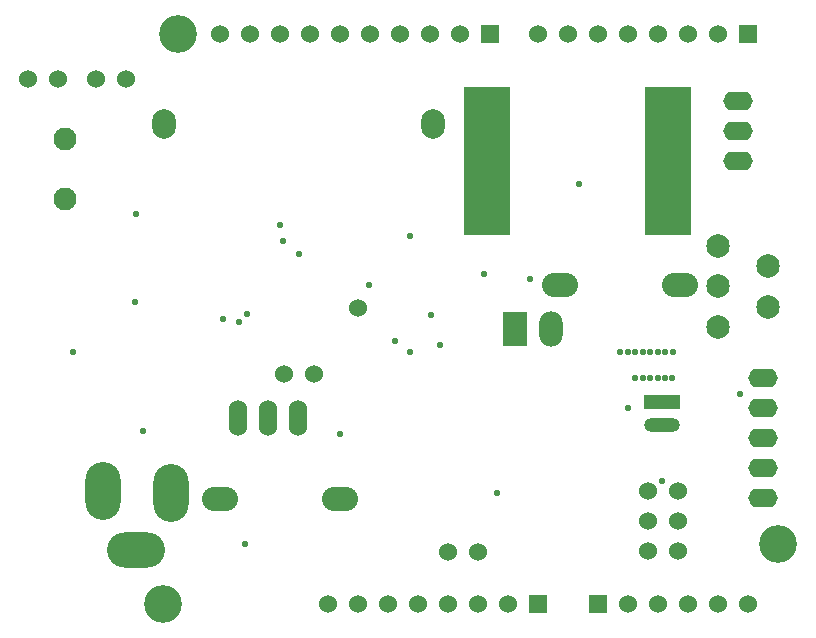
<source format=gbr>
%TF.GenerationSoftware,Altium Limited,Altium Designer,19.0.15 (446)*%
G04 Layer_Physical_Order=2*
G04 Layer_Color=36540*
%FSLAX25Y25*%
%MOIN*%
%TF.FileFunction,Copper,L2,Inr,Signal*%
%TF.Part,Single*%
G01*
G75*
%TA.AperFunction,ViaPad*%
%ADD33C,0.06000*%
%TA.AperFunction,ComponentPad*%
%ADD34O,0.07874X0.11811*%
%ADD35R,0.07874X0.11811*%
%ADD36R,0.15748X0.49213*%
%ADD37O,0.12000X0.04800*%
%ADD38R,0.12000X0.04800*%
%ADD39O,0.09843X0.06299*%
%ADD40C,0.07854*%
%ADD42O,0.12000X0.08000*%
%ADD43C,0.07677*%
%ADD45O,0.07874X0.09843*%
%ADD46O,0.06000X0.12000*%
%ADD47O,0.11811X0.19291*%
%ADD48O,0.19291X0.11811*%
%ADD49C,0.06000*%
%ADD50R,0.06000X0.06000*%
%TA.AperFunction,ViaPad*%
%ADD51C,0.12598*%
%ADD52C,0.02165*%
D33*
X120000Y108548D02*
D03*
X216810Y27500D02*
D03*
X226810D02*
D03*
X216810Y37500D02*
D03*
X226810D02*
D03*
X216810Y47500D02*
D03*
X226810D02*
D03*
X150280Y27205D02*
D03*
X160280D02*
D03*
X95561Y86563D02*
D03*
X105561D02*
D03*
X10280Y185000D02*
D03*
X20280D02*
D03*
X42780D02*
D03*
X32780D02*
D03*
D34*
X184311Y101536D02*
D03*
D35*
X172500D02*
D03*
D36*
X163096Y157500D02*
D03*
X223530D02*
D03*
D37*
X221457Y69488D02*
D03*
D38*
Y77362D02*
D03*
D39*
X246850Y157500D02*
D03*
Y167500D02*
D03*
Y177500D02*
D03*
X255000Y75390D02*
D03*
Y65390D02*
D03*
Y55390D02*
D03*
Y45390D02*
D03*
X255000Y85390D02*
D03*
D40*
X256650Y109114D02*
D03*
Y122500D02*
D03*
X240150Y102421D02*
D03*
Y115807D02*
D03*
Y129193D02*
D03*
D42*
X114000Y45000D02*
D03*
X74000D02*
D03*
X227500Y116331D02*
D03*
X187500D02*
D03*
D43*
X22461Y164842D02*
D03*
X22500Y144843D02*
D03*
D45*
X55630Y170000D02*
D03*
X145000D02*
D03*
D46*
X80000Y72024D02*
D03*
X90000D02*
D03*
X100000D02*
D03*
D47*
X35000Y47500D02*
D03*
X57835Y47000D02*
D03*
D48*
X46024Y28102D02*
D03*
D49*
X160000Y10000D02*
D03*
X170000D02*
D03*
X110000D02*
D03*
X120000D02*
D03*
X130000D02*
D03*
X140000D02*
D03*
X150000D02*
D03*
X230000Y200000D02*
D03*
X240000D02*
D03*
X180000D02*
D03*
X190000D02*
D03*
X200000D02*
D03*
X210000D02*
D03*
X220000D02*
D03*
X74000D02*
D03*
X84000D02*
D03*
X94000D02*
D03*
X104000D02*
D03*
X114000D02*
D03*
X124000D02*
D03*
X134000D02*
D03*
X144000D02*
D03*
X154000D02*
D03*
X250000Y10000D02*
D03*
X240000D02*
D03*
X230000D02*
D03*
X220000D02*
D03*
X210000D02*
D03*
D50*
X180000D02*
D03*
X250000Y200000D02*
D03*
X164000D02*
D03*
X200000Y10000D02*
D03*
D51*
X60000Y200000D02*
D03*
X55000Y10000D02*
D03*
X260000Y30000D02*
D03*
D52*
X137500Y132500D02*
D03*
X210000Y75390D02*
D03*
X225000Y94034D02*
D03*
X224707Y85390D02*
D03*
X222500D02*
D03*
X220000D02*
D03*
X217500D02*
D03*
X215011D02*
D03*
X212500D02*
D03*
X222500Y94034D02*
D03*
X220000D02*
D03*
X217500D02*
D03*
X215011D02*
D03*
X212500Y93868D02*
D03*
X210000Y94034D02*
D03*
X207500D02*
D03*
X162173Y120111D02*
D03*
X25000Y94034D02*
D03*
X80480Y104063D02*
D03*
X247500Y80000D02*
D03*
X46024Y140004D02*
D03*
X177500Y118292D02*
D03*
X193897Y150000D02*
D03*
X82412Y30000D02*
D03*
X221457Y50994D02*
D03*
X166614Y47000D02*
D03*
X48480Y67500D02*
D03*
X123863Y116331D02*
D03*
X94187Y136358D02*
D03*
X95000Y130813D02*
D03*
X100358Y126516D02*
D03*
X147315Y96228D02*
D03*
X137500Y93868D02*
D03*
X83224Y106528D02*
D03*
X132500Y97500D02*
D03*
X144321Y106280D02*
D03*
X114000Y66614D02*
D03*
X75000Y105000D02*
D03*
X45965Y110704D02*
D03*
%TF.MD5,a7c2655aa34cd0cb9621e4871ba7466b*%
M02*

</source>
